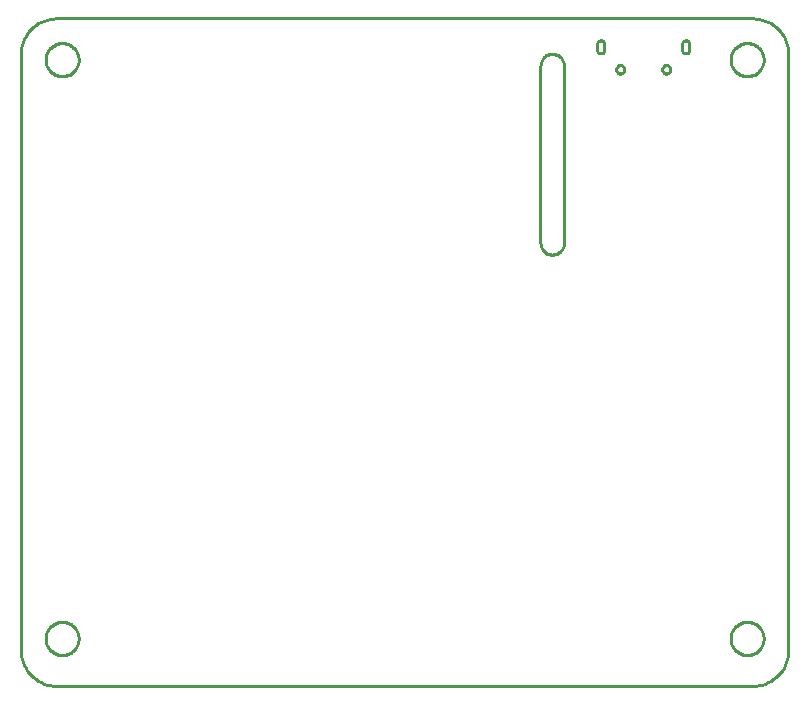
<source format=gbr>
G04 EAGLE Gerber RS-274X export*
G75*
%MOMM*%
%FSLAX34Y34*%
%LPD*%
%IN*%
%IPPOS*%
%AMOC8*
5,1,8,0,0,1.08239X$1,22.5*%
G01*
%ADD10C,0.254000*%


D10*
X0Y30150D02*
X114Y27535D01*
X456Y24941D01*
X1022Y22385D01*
X1809Y19889D01*
X2811Y17471D01*
X4019Y15150D01*
X5425Y12943D01*
X7019Y10866D01*
X8787Y8937D01*
X10716Y7169D01*
X12793Y5575D01*
X15000Y4169D01*
X17321Y2961D01*
X19739Y1959D01*
X22235Y1172D01*
X24791Y606D01*
X27385Y264D01*
X30000Y150D01*
X620000Y150D01*
X622615Y264D01*
X625209Y606D01*
X627765Y1172D01*
X630261Y1959D01*
X632679Y2961D01*
X635000Y4169D01*
X637207Y5575D01*
X639284Y7169D01*
X641213Y8937D01*
X642981Y10866D01*
X644575Y12943D01*
X645981Y15150D01*
X647189Y17471D01*
X648191Y19889D01*
X648978Y22385D01*
X649544Y24941D01*
X649886Y27535D01*
X650000Y30150D01*
X650000Y535150D01*
X649886Y537765D01*
X649544Y540359D01*
X648978Y542915D01*
X648191Y545411D01*
X647189Y547829D01*
X645981Y550150D01*
X644575Y552357D01*
X642981Y554434D01*
X641213Y556363D01*
X639284Y558131D01*
X637207Y559725D01*
X635000Y561131D01*
X632679Y562339D01*
X630261Y563341D01*
X627765Y564128D01*
X625209Y564694D01*
X622615Y565036D01*
X620000Y565150D01*
X30000Y565150D01*
X27385Y565036D01*
X24791Y564694D01*
X22235Y564128D01*
X19739Y563341D01*
X17321Y562339D01*
X15000Y561131D01*
X12793Y559725D01*
X10716Y558131D01*
X8787Y556363D01*
X7019Y554434D01*
X5425Y552357D01*
X4019Y550150D01*
X2811Y547829D01*
X1809Y545411D01*
X1022Y542915D01*
X456Y540359D01*
X114Y537765D01*
X0Y535150D01*
X0Y30150D01*
X488050Y537970D02*
X488082Y537731D01*
X488135Y537496D01*
X488208Y537267D01*
X488301Y537045D01*
X488413Y536831D01*
X488543Y536629D01*
X488691Y536438D01*
X488854Y536261D01*
X489032Y536099D01*
X489224Y535953D01*
X489427Y535824D01*
X489642Y535713D01*
X489864Y535622D01*
X490094Y535550D01*
X490330Y535499D01*
X490569Y535468D01*
X490809Y535459D01*
X491050Y535470D01*
X491291Y535459D01*
X491531Y535468D01*
X491770Y535499D01*
X492006Y535550D01*
X492236Y535622D01*
X492459Y535713D01*
X492673Y535824D01*
X492876Y535953D01*
X493068Y536099D01*
X493246Y536261D01*
X493409Y536438D01*
X493557Y536629D01*
X493687Y536831D01*
X493799Y537045D01*
X493892Y537267D01*
X493965Y537496D01*
X494018Y537731D01*
X494050Y537970D01*
X494050Y543970D01*
X494018Y544209D01*
X493965Y544444D01*
X493892Y544673D01*
X493799Y544895D01*
X493687Y545109D01*
X493557Y545312D01*
X493409Y545502D01*
X493246Y545679D01*
X493068Y545841D01*
X492876Y545987D01*
X492673Y546116D01*
X492459Y546227D01*
X492236Y546318D01*
X492006Y546390D01*
X491770Y546441D01*
X491531Y546472D01*
X491291Y546481D01*
X491050Y546470D01*
X490809Y546481D01*
X490569Y546472D01*
X490330Y546441D01*
X490094Y546390D01*
X489864Y546318D01*
X489642Y546227D01*
X489427Y546116D01*
X489224Y545987D01*
X489032Y545841D01*
X488854Y545679D01*
X488691Y545502D01*
X488543Y545312D01*
X488413Y545109D01*
X488301Y544895D01*
X488208Y544673D01*
X488135Y544444D01*
X488082Y544209D01*
X488050Y543970D01*
X488050Y537970D01*
X560050Y537970D02*
X560082Y537731D01*
X560135Y537496D01*
X560208Y537267D01*
X560301Y537045D01*
X560413Y536831D01*
X560543Y536629D01*
X560691Y536438D01*
X560854Y536261D01*
X561032Y536099D01*
X561224Y535953D01*
X561427Y535824D01*
X561642Y535713D01*
X561864Y535622D01*
X562094Y535550D01*
X562330Y535499D01*
X562569Y535468D01*
X562809Y535459D01*
X563050Y535470D01*
X563291Y535459D01*
X563531Y535468D01*
X563770Y535499D01*
X564006Y535550D01*
X564236Y535622D01*
X564459Y535713D01*
X564673Y535824D01*
X564876Y535953D01*
X565068Y536099D01*
X565246Y536261D01*
X565409Y536438D01*
X565557Y536629D01*
X565687Y536831D01*
X565799Y537045D01*
X565892Y537267D01*
X565965Y537496D01*
X566018Y537731D01*
X566050Y537970D01*
X566050Y543970D01*
X566018Y544209D01*
X565965Y544444D01*
X565892Y544673D01*
X565799Y544895D01*
X565687Y545109D01*
X565557Y545312D01*
X565409Y545502D01*
X565246Y545679D01*
X565068Y545841D01*
X564876Y545987D01*
X564673Y546116D01*
X564459Y546227D01*
X564236Y546318D01*
X564006Y546390D01*
X563770Y546441D01*
X563531Y546472D01*
X563291Y546481D01*
X563050Y546470D01*
X562809Y546481D01*
X562569Y546472D01*
X562330Y546441D01*
X562094Y546390D01*
X561864Y546318D01*
X561642Y546227D01*
X561427Y546116D01*
X561224Y545987D01*
X561032Y545841D01*
X560854Y545679D01*
X560691Y545502D01*
X560543Y545312D01*
X560413Y545109D01*
X560301Y544895D01*
X560208Y544673D01*
X560135Y544444D01*
X560082Y544209D01*
X560050Y543970D01*
X560050Y537970D01*
X440000Y375150D02*
X440038Y374278D01*
X440152Y373414D01*
X440341Y372562D01*
X440603Y371730D01*
X440937Y370924D01*
X441340Y370150D01*
X441808Y369414D01*
X442340Y368722D01*
X442929Y368079D01*
X443572Y367490D01*
X444264Y366958D01*
X445000Y366490D01*
X445774Y366087D01*
X446580Y365753D01*
X447412Y365491D01*
X448264Y365302D01*
X449128Y365188D01*
X450000Y365150D01*
X450872Y365188D01*
X451736Y365302D01*
X452588Y365491D01*
X453420Y365753D01*
X454226Y366087D01*
X455000Y366490D01*
X455736Y366958D01*
X456428Y367490D01*
X457071Y368079D01*
X457660Y368722D01*
X458192Y369414D01*
X458660Y370150D01*
X459063Y370924D01*
X459397Y371730D01*
X459659Y372562D01*
X459848Y373414D01*
X459962Y374278D01*
X460000Y375150D01*
X460000Y525150D01*
X459962Y526022D01*
X459848Y526886D01*
X459659Y527738D01*
X459397Y528570D01*
X459063Y529376D01*
X458660Y530150D01*
X458192Y530886D01*
X457660Y531578D01*
X457071Y532221D01*
X456428Y532810D01*
X455736Y533342D01*
X455000Y533810D01*
X454226Y534213D01*
X453420Y534547D01*
X452588Y534809D01*
X451736Y534998D01*
X450872Y535112D01*
X450000Y535150D01*
X449128Y535112D01*
X448264Y534998D01*
X447412Y534809D01*
X446580Y534547D01*
X445774Y534213D01*
X445000Y533810D01*
X444264Y533342D01*
X443572Y532810D01*
X442929Y532221D01*
X442340Y531578D01*
X441808Y530886D01*
X441340Y530150D01*
X440937Y529376D01*
X440603Y528570D01*
X440341Y527738D01*
X440152Y526886D01*
X440038Y526022D01*
X440000Y525150D01*
X440000Y375150D01*
X49000Y530650D02*
X48929Y531648D01*
X48786Y532637D01*
X48574Y533615D01*
X48292Y534574D01*
X47943Y535511D01*
X47527Y536421D01*
X47048Y537298D01*
X46507Y538140D01*
X45908Y538940D01*
X45253Y539696D01*
X44546Y540403D01*
X43790Y541058D01*
X42990Y541657D01*
X42148Y542198D01*
X41271Y542677D01*
X40361Y543093D01*
X39424Y543442D01*
X38465Y543724D01*
X37487Y543936D01*
X36498Y544079D01*
X35500Y544150D01*
X34500Y544150D01*
X33503Y544079D01*
X32513Y543936D01*
X31536Y543724D01*
X30576Y543442D01*
X29639Y543093D01*
X28729Y542677D01*
X27852Y542198D01*
X27010Y541657D01*
X26210Y541058D01*
X25454Y540403D01*
X24747Y539696D01*
X24092Y538940D01*
X23493Y538140D01*
X22952Y537298D01*
X22473Y536421D01*
X22057Y535511D01*
X21708Y534574D01*
X21426Y533615D01*
X21214Y532637D01*
X21071Y531648D01*
X21000Y530650D01*
X21000Y529650D01*
X21071Y528653D01*
X21214Y527663D01*
X21426Y526686D01*
X21708Y525726D01*
X22057Y524789D01*
X22473Y523879D01*
X22952Y523002D01*
X23493Y522160D01*
X24092Y521360D01*
X24747Y520604D01*
X25454Y519897D01*
X26210Y519242D01*
X27010Y518643D01*
X27852Y518102D01*
X28729Y517623D01*
X29639Y517207D01*
X30576Y516858D01*
X31536Y516576D01*
X32513Y516364D01*
X33503Y516221D01*
X34500Y516150D01*
X35500Y516150D01*
X36498Y516221D01*
X37487Y516364D01*
X38465Y516576D01*
X39424Y516858D01*
X40361Y517207D01*
X41271Y517623D01*
X42148Y518102D01*
X42990Y518643D01*
X43790Y519242D01*
X44546Y519897D01*
X45253Y520604D01*
X45908Y521360D01*
X46507Y522160D01*
X47048Y523002D01*
X47527Y523879D01*
X47943Y524789D01*
X48292Y525726D01*
X48574Y526686D01*
X48786Y527663D01*
X48929Y528653D01*
X49000Y529650D01*
X49000Y530650D01*
X49000Y40650D02*
X48929Y41648D01*
X48786Y42637D01*
X48574Y43615D01*
X48292Y44574D01*
X47943Y45511D01*
X47527Y46421D01*
X47048Y47298D01*
X46507Y48140D01*
X45908Y48940D01*
X45253Y49696D01*
X44546Y50403D01*
X43790Y51058D01*
X42990Y51657D01*
X42148Y52198D01*
X41271Y52677D01*
X40361Y53093D01*
X39424Y53442D01*
X38465Y53724D01*
X37487Y53936D01*
X36498Y54079D01*
X35500Y54150D01*
X34500Y54150D01*
X33503Y54079D01*
X32513Y53936D01*
X31536Y53724D01*
X30576Y53442D01*
X29639Y53093D01*
X28729Y52677D01*
X27852Y52198D01*
X27010Y51657D01*
X26210Y51058D01*
X25454Y50403D01*
X24747Y49696D01*
X24092Y48940D01*
X23493Y48140D01*
X22952Y47298D01*
X22473Y46421D01*
X22057Y45511D01*
X21708Y44574D01*
X21426Y43615D01*
X21214Y42637D01*
X21071Y41648D01*
X21000Y40650D01*
X21000Y39650D01*
X21071Y38653D01*
X21214Y37663D01*
X21426Y36686D01*
X21708Y35726D01*
X22057Y34789D01*
X22473Y33879D01*
X22952Y33002D01*
X23493Y32160D01*
X24092Y31360D01*
X24747Y30604D01*
X25454Y29897D01*
X26210Y29242D01*
X27010Y28643D01*
X27852Y28102D01*
X28729Y27623D01*
X29639Y27207D01*
X30576Y26858D01*
X31536Y26576D01*
X32513Y26364D01*
X33503Y26221D01*
X34500Y26150D01*
X35500Y26150D01*
X36498Y26221D01*
X37487Y26364D01*
X38465Y26576D01*
X39424Y26858D01*
X40361Y27207D01*
X41271Y27623D01*
X42148Y28102D01*
X42990Y28643D01*
X43790Y29242D01*
X44546Y29897D01*
X45253Y30604D01*
X45908Y31360D01*
X46507Y32160D01*
X47048Y33002D01*
X47527Y33879D01*
X47943Y34789D01*
X48292Y35726D01*
X48574Y36686D01*
X48786Y37663D01*
X48929Y38653D01*
X49000Y39650D01*
X49000Y40650D01*
X629000Y40650D02*
X628929Y41648D01*
X628786Y42637D01*
X628574Y43615D01*
X628292Y44574D01*
X627943Y45511D01*
X627527Y46421D01*
X627048Y47298D01*
X626507Y48140D01*
X625908Y48940D01*
X625253Y49696D01*
X624546Y50403D01*
X623790Y51058D01*
X622990Y51657D01*
X622148Y52198D01*
X621271Y52677D01*
X620361Y53093D01*
X619424Y53442D01*
X618465Y53724D01*
X617487Y53936D01*
X616498Y54079D01*
X615500Y54150D01*
X614500Y54150D01*
X613503Y54079D01*
X612513Y53936D01*
X611536Y53724D01*
X610576Y53442D01*
X609639Y53093D01*
X608729Y52677D01*
X607852Y52198D01*
X607010Y51657D01*
X606210Y51058D01*
X605454Y50403D01*
X604747Y49696D01*
X604092Y48940D01*
X603493Y48140D01*
X602952Y47298D01*
X602473Y46421D01*
X602057Y45511D01*
X601708Y44574D01*
X601426Y43615D01*
X601214Y42637D01*
X601071Y41648D01*
X601000Y40650D01*
X601000Y39650D01*
X601071Y38653D01*
X601214Y37663D01*
X601426Y36686D01*
X601708Y35726D01*
X602057Y34789D01*
X602473Y33879D01*
X602952Y33002D01*
X603493Y32160D01*
X604092Y31360D01*
X604747Y30604D01*
X605454Y29897D01*
X606210Y29242D01*
X607010Y28643D01*
X607852Y28102D01*
X608729Y27623D01*
X609639Y27207D01*
X610576Y26858D01*
X611536Y26576D01*
X612513Y26364D01*
X613503Y26221D01*
X614500Y26150D01*
X615500Y26150D01*
X616498Y26221D01*
X617487Y26364D01*
X618465Y26576D01*
X619424Y26858D01*
X620361Y27207D01*
X621271Y27623D01*
X622148Y28102D01*
X622990Y28643D01*
X623790Y29242D01*
X624546Y29897D01*
X625253Y30604D01*
X625908Y31360D01*
X626507Y32160D01*
X627048Y33002D01*
X627527Y33879D01*
X627943Y34789D01*
X628292Y35726D01*
X628574Y36686D01*
X628786Y37663D01*
X628929Y38653D01*
X629000Y39650D01*
X629000Y40650D01*
X629000Y530650D02*
X628929Y531648D01*
X628786Y532637D01*
X628574Y533615D01*
X628292Y534574D01*
X627943Y535511D01*
X627527Y536421D01*
X627048Y537298D01*
X626507Y538140D01*
X625908Y538940D01*
X625253Y539696D01*
X624546Y540403D01*
X623790Y541058D01*
X622990Y541657D01*
X622148Y542198D01*
X621271Y542677D01*
X620361Y543093D01*
X619424Y543442D01*
X618465Y543724D01*
X617487Y543936D01*
X616498Y544079D01*
X615500Y544150D01*
X614500Y544150D01*
X613503Y544079D01*
X612513Y543936D01*
X611536Y543724D01*
X610576Y543442D01*
X609639Y543093D01*
X608729Y542677D01*
X607852Y542198D01*
X607010Y541657D01*
X606210Y541058D01*
X605454Y540403D01*
X604747Y539696D01*
X604092Y538940D01*
X603493Y538140D01*
X602952Y537298D01*
X602473Y536421D01*
X602057Y535511D01*
X601708Y534574D01*
X601426Y533615D01*
X601214Y532637D01*
X601071Y531648D01*
X601000Y530650D01*
X601000Y529650D01*
X601071Y528653D01*
X601214Y527663D01*
X601426Y526686D01*
X601708Y525726D01*
X602057Y524789D01*
X602473Y523879D01*
X602952Y523002D01*
X603493Y522160D01*
X604092Y521360D01*
X604747Y520604D01*
X605454Y519897D01*
X606210Y519242D01*
X607010Y518643D01*
X607852Y518102D01*
X608729Y517623D01*
X609639Y517207D01*
X610576Y516858D01*
X611536Y516576D01*
X612513Y516364D01*
X613503Y516221D01*
X614500Y516150D01*
X615500Y516150D01*
X616498Y516221D01*
X617487Y516364D01*
X618465Y516576D01*
X619424Y516858D01*
X620361Y517207D01*
X621271Y517623D01*
X622148Y518102D01*
X622990Y518643D01*
X623790Y519242D01*
X624546Y519897D01*
X625253Y520604D01*
X625908Y521360D01*
X626507Y522160D01*
X627048Y523002D01*
X627527Y523879D01*
X627943Y524789D01*
X628292Y525726D01*
X628574Y526686D01*
X628786Y527663D01*
X628929Y528653D01*
X629000Y529650D01*
X629000Y530650D01*
X543050Y522199D02*
X543110Y522654D01*
X543229Y523097D01*
X543404Y523521D01*
X543634Y523919D01*
X543913Y524283D01*
X544237Y524607D01*
X544601Y524886D01*
X544999Y525116D01*
X545423Y525291D01*
X545866Y525410D01*
X546321Y525470D01*
X546779Y525470D01*
X547234Y525410D01*
X547677Y525291D01*
X548101Y525116D01*
X548499Y524886D01*
X548863Y524607D01*
X549187Y524283D01*
X549466Y523919D01*
X549696Y523521D01*
X549871Y523097D01*
X549990Y522654D01*
X550050Y522199D01*
X550050Y521741D01*
X549990Y521286D01*
X549871Y520843D01*
X549696Y520419D01*
X549466Y520021D01*
X549187Y519657D01*
X548863Y519333D01*
X548499Y519054D01*
X548101Y518824D01*
X547677Y518649D01*
X547234Y518530D01*
X546779Y518470D01*
X546321Y518470D01*
X545866Y518530D01*
X545423Y518649D01*
X544999Y518824D01*
X544601Y519054D01*
X544237Y519333D01*
X543913Y519657D01*
X543634Y520021D01*
X543404Y520419D01*
X543229Y520843D01*
X543110Y521286D01*
X543050Y521741D01*
X543050Y522199D01*
X504050Y522199D02*
X504110Y522654D01*
X504229Y523097D01*
X504404Y523521D01*
X504634Y523919D01*
X504913Y524283D01*
X505237Y524607D01*
X505601Y524886D01*
X505999Y525116D01*
X506423Y525291D01*
X506866Y525410D01*
X507321Y525470D01*
X507779Y525470D01*
X508234Y525410D01*
X508677Y525291D01*
X509101Y525116D01*
X509499Y524886D01*
X509863Y524607D01*
X510187Y524283D01*
X510466Y523919D01*
X510696Y523521D01*
X510871Y523097D01*
X510990Y522654D01*
X511050Y522199D01*
X511050Y521741D01*
X510990Y521286D01*
X510871Y520843D01*
X510696Y520419D01*
X510466Y520021D01*
X510187Y519657D01*
X509863Y519333D01*
X509499Y519054D01*
X509101Y518824D01*
X508677Y518649D01*
X508234Y518530D01*
X507779Y518470D01*
X507321Y518470D01*
X506866Y518530D01*
X506423Y518649D01*
X505999Y518824D01*
X505601Y519054D01*
X505237Y519333D01*
X504913Y519657D01*
X504634Y520021D01*
X504404Y520419D01*
X504229Y520843D01*
X504110Y521286D01*
X504050Y521741D01*
X504050Y522199D01*
M02*

</source>
